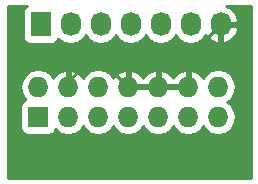
<source format=gbl>
G04 #@! TF.FileFunction,Copper,L2,Bot,Signal*
%FSLAX46Y46*%
G04 Gerber Fmt 4.6, Leading zero omitted, Abs format (unit mm)*
G04 Created by KiCad (PCBNEW 4.0.6) date 03/19/18 13:01:29*
%MOMM*%
%LPD*%
G01*
G04 APERTURE LIST*
%ADD10C,0.100000*%
%ADD11R,1.727200X1.727200*%
%ADD12O,1.727200X1.727200*%
%ADD13R,1.727200X2.032000*%
%ADD14O,1.727200X2.032000*%
%ADD15C,0.250000*%
%ADD16C,0.254000*%
G04 APERTURE END LIST*
D10*
D11*
X107289600Y-73101200D03*
D12*
X107289600Y-70561200D03*
X109829600Y-73101200D03*
X109829600Y-70561200D03*
X112369600Y-73101200D03*
X112369600Y-70561200D03*
X114909600Y-73101200D03*
X114909600Y-70561200D03*
X117449600Y-73101200D03*
X117449600Y-70561200D03*
X119989600Y-73101200D03*
X119989600Y-70561200D03*
X122529600Y-73101200D03*
X122529600Y-70561200D03*
D13*
X107492800Y-65278000D03*
D14*
X110032800Y-65278000D03*
X112572800Y-65278000D03*
X115112800Y-65278000D03*
X117652800Y-65278000D03*
X120192800Y-65278000D03*
X122732800Y-65278000D03*
D15*
X119989600Y-70561200D02*
X119989600Y-68021200D01*
X119989600Y-68021200D02*
X122732800Y-65278000D01*
X117449600Y-70561200D02*
X119989600Y-70561200D01*
X114909600Y-70561200D02*
X117449600Y-70561200D01*
X109829600Y-70561200D02*
X109829600Y-70104000D01*
X109829600Y-70104000D02*
X111150400Y-68783200D01*
X111150400Y-68783200D02*
X113131600Y-68783200D01*
X113131600Y-68783200D02*
X114909600Y-70561200D01*
D16*
G36*
X106177759Y-63797910D02*
X106032769Y-64010110D01*
X105981760Y-64262000D01*
X105981760Y-66294000D01*
X106026038Y-66529317D01*
X106165110Y-66745441D01*
X106377310Y-66890431D01*
X106629200Y-66941440D01*
X108356400Y-66941440D01*
X108591717Y-66897162D01*
X108807841Y-66758090D01*
X108952831Y-66545890D01*
X108961200Y-66504561D01*
X108973130Y-66522415D01*
X109459311Y-66847271D01*
X110032800Y-66961345D01*
X110606289Y-66847271D01*
X111092470Y-66522415D01*
X111302800Y-66207634D01*
X111513130Y-66522415D01*
X111999311Y-66847271D01*
X112572800Y-66961345D01*
X113146289Y-66847271D01*
X113632470Y-66522415D01*
X113842800Y-66207634D01*
X114053130Y-66522415D01*
X114539311Y-66847271D01*
X115112800Y-66961345D01*
X115686289Y-66847271D01*
X116172470Y-66522415D01*
X116382800Y-66207634D01*
X116593130Y-66522415D01*
X117079311Y-66847271D01*
X117652800Y-66961345D01*
X118226289Y-66847271D01*
X118712470Y-66522415D01*
X118922800Y-66207634D01*
X119133130Y-66522415D01*
X119619311Y-66847271D01*
X120192800Y-66961345D01*
X120766289Y-66847271D01*
X121252470Y-66522415D01*
X121459261Y-66212931D01*
X121830764Y-66628732D01*
X122358009Y-66882709D01*
X122373774Y-66885358D01*
X122605800Y-66764217D01*
X122605800Y-65405000D01*
X122859800Y-65405000D01*
X122859800Y-66764217D01*
X123091826Y-66885358D01*
X123107591Y-66882709D01*
X123634836Y-66628732D01*
X124024754Y-66192320D01*
X124217984Y-65639913D01*
X124073724Y-65405000D01*
X122859800Y-65405000D01*
X122605800Y-65405000D01*
X122585800Y-65405000D01*
X122585800Y-65151000D01*
X122605800Y-65151000D01*
X122605800Y-65131000D01*
X122859800Y-65131000D01*
X122859800Y-65151000D01*
X124073724Y-65151000D01*
X124217984Y-64916087D01*
X124024754Y-64363680D01*
X123634836Y-63927268D01*
X123183797Y-63710000D01*
X125290000Y-63710000D01*
X125290000Y-78290000D01*
X104710000Y-78290000D01*
X104710000Y-72237600D01*
X105778560Y-72237600D01*
X105778560Y-73964800D01*
X105822838Y-74200117D01*
X105961910Y-74416241D01*
X106174110Y-74561231D01*
X106426000Y-74612240D01*
X108153200Y-74612240D01*
X108388517Y-74567962D01*
X108604641Y-74428890D01*
X108749631Y-74216690D01*
X108758464Y-74173069D01*
X108769930Y-74190229D01*
X109256111Y-74515085D01*
X109829600Y-74629159D01*
X110403089Y-74515085D01*
X110889270Y-74190229D01*
X111099600Y-73875448D01*
X111309930Y-74190229D01*
X111796111Y-74515085D01*
X112369600Y-74629159D01*
X112943089Y-74515085D01*
X113429270Y-74190229D01*
X113639600Y-73875448D01*
X113849930Y-74190229D01*
X114336111Y-74515085D01*
X114909600Y-74629159D01*
X115483089Y-74515085D01*
X115969270Y-74190229D01*
X116179600Y-73875448D01*
X116389930Y-74190229D01*
X116876111Y-74515085D01*
X117449600Y-74629159D01*
X118023089Y-74515085D01*
X118509270Y-74190229D01*
X118719600Y-73875448D01*
X118929930Y-74190229D01*
X119416111Y-74515085D01*
X119989600Y-74629159D01*
X120563089Y-74515085D01*
X121049270Y-74190229D01*
X121259600Y-73875448D01*
X121469930Y-74190229D01*
X121956111Y-74515085D01*
X122529600Y-74629159D01*
X123103089Y-74515085D01*
X123589270Y-74190229D01*
X123914126Y-73704048D01*
X124028200Y-73130559D01*
X124028200Y-73071841D01*
X123914126Y-72498352D01*
X123589270Y-72012171D01*
X123318428Y-71831200D01*
X123589270Y-71650229D01*
X123914126Y-71164048D01*
X124028200Y-70590559D01*
X124028200Y-70531841D01*
X123914126Y-69958352D01*
X123589270Y-69472171D01*
X123103089Y-69147315D01*
X122529600Y-69033241D01*
X121956111Y-69147315D01*
X121469930Y-69472171D01*
X121253936Y-69795428D01*
X121196421Y-69672710D01*
X120764547Y-69278512D01*
X120348626Y-69106242D01*
X120116600Y-69227383D01*
X120116600Y-70434200D01*
X120136600Y-70434200D01*
X120136600Y-70688200D01*
X120116600Y-70688200D01*
X120116600Y-70708200D01*
X119862600Y-70708200D01*
X119862600Y-70688200D01*
X117576600Y-70688200D01*
X117576600Y-70708200D01*
X117322600Y-70708200D01*
X117322600Y-70688200D01*
X115036600Y-70688200D01*
X115036600Y-70708200D01*
X114782600Y-70708200D01*
X114782600Y-70688200D01*
X114762600Y-70688200D01*
X114762600Y-70434200D01*
X114782600Y-70434200D01*
X114782600Y-69227383D01*
X115036600Y-69227383D01*
X115036600Y-70434200D01*
X117322600Y-70434200D01*
X117322600Y-69227383D01*
X117576600Y-69227383D01*
X117576600Y-70434200D01*
X119862600Y-70434200D01*
X119862600Y-69227383D01*
X119630574Y-69106242D01*
X119214653Y-69278512D01*
X118782779Y-69672710D01*
X118719600Y-69807513D01*
X118656421Y-69672710D01*
X118224547Y-69278512D01*
X117808626Y-69106242D01*
X117576600Y-69227383D01*
X117322600Y-69227383D01*
X117090574Y-69106242D01*
X116674653Y-69278512D01*
X116242779Y-69672710D01*
X116179600Y-69807513D01*
X116116421Y-69672710D01*
X115684547Y-69278512D01*
X115268626Y-69106242D01*
X115036600Y-69227383D01*
X114782600Y-69227383D01*
X114550574Y-69106242D01*
X114134653Y-69278512D01*
X113702779Y-69672710D01*
X113645264Y-69795428D01*
X113429270Y-69472171D01*
X112943089Y-69147315D01*
X112369600Y-69033241D01*
X111796111Y-69147315D01*
X111309930Y-69472171D01*
X111093936Y-69795428D01*
X111036421Y-69672710D01*
X110604547Y-69278512D01*
X110188626Y-69106242D01*
X109956600Y-69227383D01*
X109956600Y-70434200D01*
X109976600Y-70434200D01*
X109976600Y-70688200D01*
X109956600Y-70688200D01*
X109956600Y-70708200D01*
X109702600Y-70708200D01*
X109702600Y-70688200D01*
X109682600Y-70688200D01*
X109682600Y-70434200D01*
X109702600Y-70434200D01*
X109702600Y-69227383D01*
X109470574Y-69106242D01*
X109054653Y-69278512D01*
X108622779Y-69672710D01*
X108565264Y-69795428D01*
X108349270Y-69472171D01*
X107863089Y-69147315D01*
X107289600Y-69033241D01*
X106716111Y-69147315D01*
X106229930Y-69472171D01*
X105905074Y-69958352D01*
X105791000Y-70531841D01*
X105791000Y-70590559D01*
X105905074Y-71164048D01*
X106216174Y-71629642D01*
X106190683Y-71634438D01*
X105974559Y-71773510D01*
X105829569Y-71985710D01*
X105778560Y-72237600D01*
X104710000Y-72237600D01*
X104710000Y-63710000D01*
X106314375Y-63710000D01*
X106177759Y-63797910D01*
X106177759Y-63797910D01*
G37*
X106177759Y-63797910D02*
X106032769Y-64010110D01*
X105981760Y-64262000D01*
X105981760Y-66294000D01*
X106026038Y-66529317D01*
X106165110Y-66745441D01*
X106377310Y-66890431D01*
X106629200Y-66941440D01*
X108356400Y-66941440D01*
X108591717Y-66897162D01*
X108807841Y-66758090D01*
X108952831Y-66545890D01*
X108961200Y-66504561D01*
X108973130Y-66522415D01*
X109459311Y-66847271D01*
X110032800Y-66961345D01*
X110606289Y-66847271D01*
X111092470Y-66522415D01*
X111302800Y-66207634D01*
X111513130Y-66522415D01*
X111999311Y-66847271D01*
X112572800Y-66961345D01*
X113146289Y-66847271D01*
X113632470Y-66522415D01*
X113842800Y-66207634D01*
X114053130Y-66522415D01*
X114539311Y-66847271D01*
X115112800Y-66961345D01*
X115686289Y-66847271D01*
X116172470Y-66522415D01*
X116382800Y-66207634D01*
X116593130Y-66522415D01*
X117079311Y-66847271D01*
X117652800Y-66961345D01*
X118226289Y-66847271D01*
X118712470Y-66522415D01*
X118922800Y-66207634D01*
X119133130Y-66522415D01*
X119619311Y-66847271D01*
X120192800Y-66961345D01*
X120766289Y-66847271D01*
X121252470Y-66522415D01*
X121459261Y-66212931D01*
X121830764Y-66628732D01*
X122358009Y-66882709D01*
X122373774Y-66885358D01*
X122605800Y-66764217D01*
X122605800Y-65405000D01*
X122859800Y-65405000D01*
X122859800Y-66764217D01*
X123091826Y-66885358D01*
X123107591Y-66882709D01*
X123634836Y-66628732D01*
X124024754Y-66192320D01*
X124217984Y-65639913D01*
X124073724Y-65405000D01*
X122859800Y-65405000D01*
X122605800Y-65405000D01*
X122585800Y-65405000D01*
X122585800Y-65151000D01*
X122605800Y-65151000D01*
X122605800Y-65131000D01*
X122859800Y-65131000D01*
X122859800Y-65151000D01*
X124073724Y-65151000D01*
X124217984Y-64916087D01*
X124024754Y-64363680D01*
X123634836Y-63927268D01*
X123183797Y-63710000D01*
X125290000Y-63710000D01*
X125290000Y-78290000D01*
X104710000Y-78290000D01*
X104710000Y-72237600D01*
X105778560Y-72237600D01*
X105778560Y-73964800D01*
X105822838Y-74200117D01*
X105961910Y-74416241D01*
X106174110Y-74561231D01*
X106426000Y-74612240D01*
X108153200Y-74612240D01*
X108388517Y-74567962D01*
X108604641Y-74428890D01*
X108749631Y-74216690D01*
X108758464Y-74173069D01*
X108769930Y-74190229D01*
X109256111Y-74515085D01*
X109829600Y-74629159D01*
X110403089Y-74515085D01*
X110889270Y-74190229D01*
X111099600Y-73875448D01*
X111309930Y-74190229D01*
X111796111Y-74515085D01*
X112369600Y-74629159D01*
X112943089Y-74515085D01*
X113429270Y-74190229D01*
X113639600Y-73875448D01*
X113849930Y-74190229D01*
X114336111Y-74515085D01*
X114909600Y-74629159D01*
X115483089Y-74515085D01*
X115969270Y-74190229D01*
X116179600Y-73875448D01*
X116389930Y-74190229D01*
X116876111Y-74515085D01*
X117449600Y-74629159D01*
X118023089Y-74515085D01*
X118509270Y-74190229D01*
X118719600Y-73875448D01*
X118929930Y-74190229D01*
X119416111Y-74515085D01*
X119989600Y-74629159D01*
X120563089Y-74515085D01*
X121049270Y-74190229D01*
X121259600Y-73875448D01*
X121469930Y-74190229D01*
X121956111Y-74515085D01*
X122529600Y-74629159D01*
X123103089Y-74515085D01*
X123589270Y-74190229D01*
X123914126Y-73704048D01*
X124028200Y-73130559D01*
X124028200Y-73071841D01*
X123914126Y-72498352D01*
X123589270Y-72012171D01*
X123318428Y-71831200D01*
X123589270Y-71650229D01*
X123914126Y-71164048D01*
X124028200Y-70590559D01*
X124028200Y-70531841D01*
X123914126Y-69958352D01*
X123589270Y-69472171D01*
X123103089Y-69147315D01*
X122529600Y-69033241D01*
X121956111Y-69147315D01*
X121469930Y-69472171D01*
X121253936Y-69795428D01*
X121196421Y-69672710D01*
X120764547Y-69278512D01*
X120348626Y-69106242D01*
X120116600Y-69227383D01*
X120116600Y-70434200D01*
X120136600Y-70434200D01*
X120136600Y-70688200D01*
X120116600Y-70688200D01*
X120116600Y-70708200D01*
X119862600Y-70708200D01*
X119862600Y-70688200D01*
X117576600Y-70688200D01*
X117576600Y-70708200D01*
X117322600Y-70708200D01*
X117322600Y-70688200D01*
X115036600Y-70688200D01*
X115036600Y-70708200D01*
X114782600Y-70708200D01*
X114782600Y-70688200D01*
X114762600Y-70688200D01*
X114762600Y-70434200D01*
X114782600Y-70434200D01*
X114782600Y-69227383D01*
X115036600Y-69227383D01*
X115036600Y-70434200D01*
X117322600Y-70434200D01*
X117322600Y-69227383D01*
X117576600Y-69227383D01*
X117576600Y-70434200D01*
X119862600Y-70434200D01*
X119862600Y-69227383D01*
X119630574Y-69106242D01*
X119214653Y-69278512D01*
X118782779Y-69672710D01*
X118719600Y-69807513D01*
X118656421Y-69672710D01*
X118224547Y-69278512D01*
X117808626Y-69106242D01*
X117576600Y-69227383D01*
X117322600Y-69227383D01*
X117090574Y-69106242D01*
X116674653Y-69278512D01*
X116242779Y-69672710D01*
X116179600Y-69807513D01*
X116116421Y-69672710D01*
X115684547Y-69278512D01*
X115268626Y-69106242D01*
X115036600Y-69227383D01*
X114782600Y-69227383D01*
X114550574Y-69106242D01*
X114134653Y-69278512D01*
X113702779Y-69672710D01*
X113645264Y-69795428D01*
X113429270Y-69472171D01*
X112943089Y-69147315D01*
X112369600Y-69033241D01*
X111796111Y-69147315D01*
X111309930Y-69472171D01*
X111093936Y-69795428D01*
X111036421Y-69672710D01*
X110604547Y-69278512D01*
X110188626Y-69106242D01*
X109956600Y-69227383D01*
X109956600Y-70434200D01*
X109976600Y-70434200D01*
X109976600Y-70688200D01*
X109956600Y-70688200D01*
X109956600Y-70708200D01*
X109702600Y-70708200D01*
X109702600Y-70688200D01*
X109682600Y-70688200D01*
X109682600Y-70434200D01*
X109702600Y-70434200D01*
X109702600Y-69227383D01*
X109470574Y-69106242D01*
X109054653Y-69278512D01*
X108622779Y-69672710D01*
X108565264Y-69795428D01*
X108349270Y-69472171D01*
X107863089Y-69147315D01*
X107289600Y-69033241D01*
X106716111Y-69147315D01*
X106229930Y-69472171D01*
X105905074Y-69958352D01*
X105791000Y-70531841D01*
X105791000Y-70590559D01*
X105905074Y-71164048D01*
X106216174Y-71629642D01*
X106190683Y-71634438D01*
X105974559Y-71773510D01*
X105829569Y-71985710D01*
X105778560Y-72237600D01*
X104710000Y-72237600D01*
X104710000Y-63710000D01*
X106314375Y-63710000D01*
X106177759Y-63797910D01*
M02*

</source>
